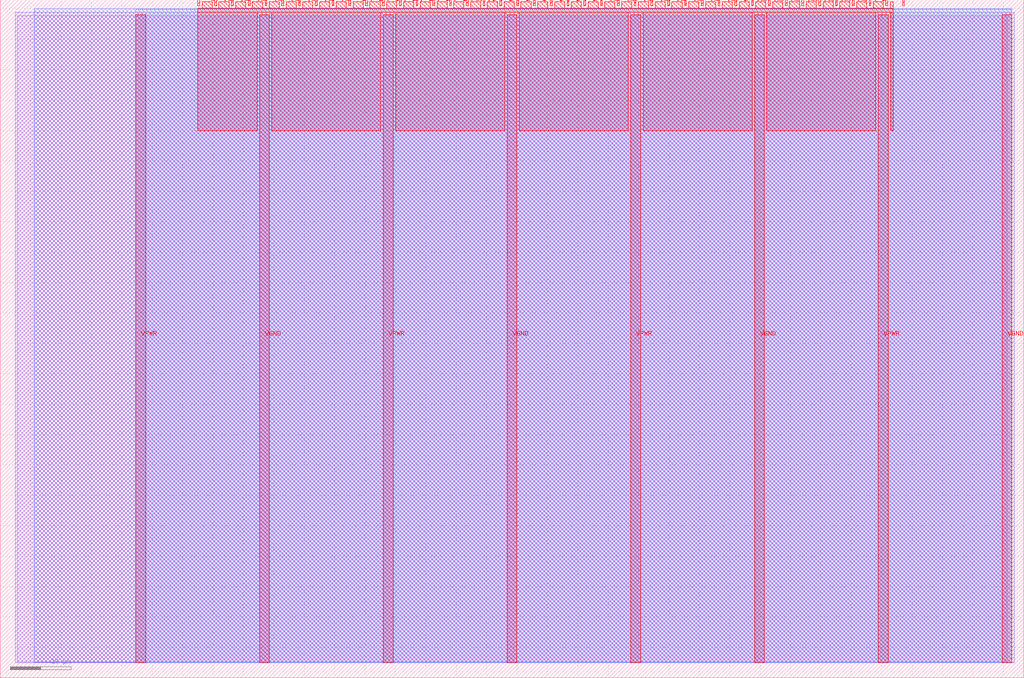
<source format=lef>
VERSION 5.7 ;
  NOWIREEXTENSIONATPIN ON ;
  DIVIDERCHAR "/" ;
  BUSBITCHARS "[]" ;
MACRO tt_um_wokwi_376553022662786049_dup
  CLASS BLOCK ;
  FOREIGN tt_um_wokwi_376553022662786049_dup ;
  ORIGIN 0.000 0.000 ;
  SIZE 168.360 BY 111.520 ;
  PIN VGND
    DIRECTION INOUT ;
    USE GROUND ;
    PORT
      LAYER met4 ;
        RECT 42.670 2.480 44.270 109.040 ;
    END
    PORT
      LAYER met4 ;
        RECT 83.380 2.480 84.980 109.040 ;
    END
    PORT
      LAYER met4 ;
        RECT 124.090 2.480 125.690 109.040 ;
    END
    PORT
      LAYER met4 ;
        RECT 164.800 2.480 166.400 109.040 ;
    END
  END VGND
  PIN VPWR
    DIRECTION INOUT ;
    USE POWER ;
    PORT
      LAYER met4 ;
        RECT 22.315 2.480 23.915 109.040 ;
    END
    PORT
      LAYER met4 ;
        RECT 63.025 2.480 64.625 109.040 ;
    END
    PORT
      LAYER met4 ;
        RECT 103.735 2.480 105.335 109.040 ;
    END
    PORT
      LAYER met4 ;
        RECT 144.445 2.480 146.045 109.040 ;
    END
  END VPWR
  PIN clk
    DIRECTION INPUT ;
    USE SIGNAL ;
    ANTENNAGATEAREA 0.852000 ;
    PORT
      LAYER met4 ;
        RECT 145.670 110.520 145.970 111.520 ;
    END
  END clk
  PIN ena
    DIRECTION INPUT ;
    USE SIGNAL ;
    PORT
      LAYER met4 ;
        RECT 148.430 110.520 148.730 111.520 ;
    END
  END ena
  PIN rst_n
    DIRECTION INPUT ;
    USE SIGNAL ;
    PORT
      LAYER met4 ;
        RECT 142.910 110.520 143.210 111.520 ;
    END
  END rst_n
  PIN ui_in[0]
    DIRECTION INPUT ;
    USE SIGNAL ;
    ANTENNAGATEAREA 0.196500 ;
    PORT
      LAYER met4 ;
        RECT 140.150 110.520 140.450 111.520 ;
    END
  END ui_in[0]
  PIN ui_in[1]
    DIRECTION INPUT ;
    USE SIGNAL ;
    ANTENNAGATEAREA 0.196500 ;
    PORT
      LAYER met4 ;
        RECT 137.390 110.520 137.690 111.520 ;
    END
  END ui_in[1]
  PIN ui_in[2]
    DIRECTION INPUT ;
    USE SIGNAL ;
    ANTENNAGATEAREA 0.196500 ;
    PORT
      LAYER met4 ;
        RECT 134.630 110.520 134.930 111.520 ;
    END
  END ui_in[2]
  PIN ui_in[3]
    DIRECTION INPUT ;
    USE SIGNAL ;
    ANTENNAGATEAREA 0.196500 ;
    PORT
      LAYER met4 ;
        RECT 131.870 110.520 132.170 111.520 ;
    END
  END ui_in[3]
  PIN ui_in[4]
    DIRECTION INPUT ;
    USE SIGNAL ;
    ANTENNAGATEAREA 0.196500 ;
    PORT
      LAYER met4 ;
        RECT 129.110 110.520 129.410 111.520 ;
    END
  END ui_in[4]
  PIN ui_in[5]
    DIRECTION INPUT ;
    USE SIGNAL ;
    ANTENNAGATEAREA 0.196500 ;
    PORT
      LAYER met4 ;
        RECT 126.350 110.520 126.650 111.520 ;
    END
  END ui_in[5]
  PIN ui_in[6]
    DIRECTION INPUT ;
    USE SIGNAL ;
    ANTENNAGATEAREA 0.196500 ;
    PORT
      LAYER met4 ;
        RECT 123.590 110.520 123.890 111.520 ;
    END
  END ui_in[6]
  PIN ui_in[7]
    DIRECTION INPUT ;
    USE SIGNAL ;
    ANTENNAGATEAREA 0.196500 ;
    PORT
      LAYER met4 ;
        RECT 120.830 110.520 121.130 111.520 ;
    END
  END ui_in[7]
  PIN uio_in[0]
    DIRECTION INPUT ;
    USE SIGNAL ;
    PORT
      LAYER met4 ;
        RECT 118.070 110.520 118.370 111.520 ;
    END
  END uio_in[0]
  PIN uio_in[1]
    DIRECTION INPUT ;
    USE SIGNAL ;
    PORT
      LAYER met4 ;
        RECT 115.310 110.520 115.610 111.520 ;
    END
  END uio_in[1]
  PIN uio_in[2]
    DIRECTION INPUT ;
    USE SIGNAL ;
    PORT
      LAYER met4 ;
        RECT 112.550 110.520 112.850 111.520 ;
    END
  END uio_in[2]
  PIN uio_in[3]
    DIRECTION INPUT ;
    USE SIGNAL ;
    PORT
      LAYER met4 ;
        RECT 109.790 110.520 110.090 111.520 ;
    END
  END uio_in[3]
  PIN uio_in[4]
    DIRECTION INPUT ;
    USE SIGNAL ;
    PORT
      LAYER met4 ;
        RECT 107.030 110.520 107.330 111.520 ;
    END
  END uio_in[4]
  PIN uio_in[5]
    DIRECTION INPUT ;
    USE SIGNAL ;
    ANTENNAGATEAREA 0.196500 ;
    PORT
      LAYER met4 ;
        RECT 104.270 110.520 104.570 111.520 ;
    END
  END uio_in[5]
  PIN uio_in[6]
    DIRECTION INPUT ;
    USE SIGNAL ;
    ANTENNAGATEAREA 0.196500 ;
    PORT
      LAYER met4 ;
        RECT 101.510 110.520 101.810 111.520 ;
    END
  END uio_in[6]
  PIN uio_in[7]
    DIRECTION INPUT ;
    USE SIGNAL ;
    PORT
      LAYER met4 ;
        RECT 98.750 110.520 99.050 111.520 ;
    END
  END uio_in[7]
  PIN uio_oe[0]
    DIRECTION OUTPUT TRISTATE ;
    USE SIGNAL ;
    PORT
      LAYER met4 ;
        RECT 51.830 110.520 52.130 111.520 ;
    END
  END uio_oe[0]
  PIN uio_oe[1]
    DIRECTION OUTPUT TRISTATE ;
    USE SIGNAL ;
    PORT
      LAYER met4 ;
        RECT 49.070 110.520 49.370 111.520 ;
    END
  END uio_oe[1]
  PIN uio_oe[2]
    DIRECTION OUTPUT TRISTATE ;
    USE SIGNAL ;
    PORT
      LAYER met4 ;
        RECT 46.310 110.520 46.610 111.520 ;
    END
  END uio_oe[2]
  PIN uio_oe[3]
    DIRECTION OUTPUT TRISTATE ;
    USE SIGNAL ;
    PORT
      LAYER met4 ;
        RECT 43.550 110.520 43.850 111.520 ;
    END
  END uio_oe[3]
  PIN uio_oe[4]
    DIRECTION OUTPUT TRISTATE ;
    USE SIGNAL ;
    PORT
      LAYER met4 ;
        RECT 40.790 110.520 41.090 111.520 ;
    END
  END uio_oe[4]
  PIN uio_oe[5]
    DIRECTION OUTPUT TRISTATE ;
    USE SIGNAL ;
    PORT
      LAYER met4 ;
        RECT 38.030 110.520 38.330 111.520 ;
    END
  END uio_oe[5]
  PIN uio_oe[6]
    DIRECTION OUTPUT TRISTATE ;
    USE SIGNAL ;
    PORT
      LAYER met4 ;
        RECT 35.270 110.520 35.570 111.520 ;
    END
  END uio_oe[6]
  PIN uio_oe[7]
    DIRECTION OUTPUT TRISTATE ;
    USE SIGNAL ;
    PORT
      LAYER met4 ;
        RECT 32.510 110.520 32.810 111.520 ;
    END
  END uio_oe[7]
  PIN uio_out[0]
    DIRECTION OUTPUT TRISTATE ;
    USE SIGNAL ;
    ANTENNADIFFAREA 0.795200 ;
    PORT
      LAYER met4 ;
        RECT 73.910 110.520 74.210 111.520 ;
    END
  END uio_out[0]
  PIN uio_out[1]
    DIRECTION OUTPUT TRISTATE ;
    USE SIGNAL ;
    ANTENNADIFFAREA 0.795200 ;
    PORT
      LAYER met4 ;
        RECT 71.150 110.520 71.450 111.520 ;
    END
  END uio_out[1]
  PIN uio_out[2]
    DIRECTION OUTPUT TRISTATE ;
    USE SIGNAL ;
    ANTENNADIFFAREA 0.795200 ;
    PORT
      LAYER met4 ;
        RECT 68.390 110.520 68.690 111.520 ;
    END
  END uio_out[2]
  PIN uio_out[3]
    DIRECTION OUTPUT TRISTATE ;
    USE SIGNAL ;
    ANTENNADIFFAREA 0.795200 ;
    PORT
      LAYER met4 ;
        RECT 65.630 110.520 65.930 111.520 ;
    END
  END uio_out[3]
  PIN uio_out[4]
    DIRECTION OUTPUT TRISTATE ;
    USE SIGNAL ;
    ANTENNADIFFAREA 0.445500 ;
    PORT
      LAYER met4 ;
        RECT 62.870 110.520 63.170 111.520 ;
    END
  END uio_out[4]
  PIN uio_out[5]
    DIRECTION OUTPUT TRISTATE ;
    USE SIGNAL ;
    PORT
      LAYER met4 ;
        RECT 60.110 110.520 60.410 111.520 ;
    END
  END uio_out[5]
  PIN uio_out[6]
    DIRECTION OUTPUT TRISTATE ;
    USE SIGNAL ;
    PORT
      LAYER met4 ;
        RECT 57.350 110.520 57.650 111.520 ;
    END
  END uio_out[6]
  PIN uio_out[7]
    DIRECTION OUTPUT TRISTATE ;
    USE SIGNAL ;
    ANTENNADIFFAREA 0.795200 ;
    PORT
      LAYER met4 ;
        RECT 54.590 110.520 54.890 111.520 ;
    END
  END uio_out[7]
  PIN uo_out[0]
    DIRECTION OUTPUT TRISTATE ;
    USE SIGNAL ;
    ANTENNADIFFAREA 0.445500 ;
    PORT
      LAYER met4 ;
        RECT 95.990 110.520 96.290 111.520 ;
    END
  END uo_out[0]
  PIN uo_out[1]
    DIRECTION OUTPUT TRISTATE ;
    USE SIGNAL ;
    ANTENNADIFFAREA 0.445500 ;
    PORT
      LAYER met4 ;
        RECT 93.230 110.520 93.530 111.520 ;
    END
  END uo_out[1]
  PIN uo_out[2]
    DIRECTION OUTPUT TRISTATE ;
    USE SIGNAL ;
    ANTENNADIFFAREA 0.445500 ;
    PORT
      LAYER met4 ;
        RECT 90.470 110.520 90.770 111.520 ;
    END
  END uo_out[2]
  PIN uo_out[3]
    DIRECTION OUTPUT TRISTATE ;
    USE SIGNAL ;
    ANTENNADIFFAREA 0.445500 ;
    PORT
      LAYER met4 ;
        RECT 87.710 110.520 88.010 111.520 ;
    END
  END uo_out[3]
  PIN uo_out[4]
    DIRECTION OUTPUT TRISTATE ;
    USE SIGNAL ;
    ANTENNADIFFAREA 0.445500 ;
    PORT
      LAYER met4 ;
        RECT 84.950 110.520 85.250 111.520 ;
    END
  END uo_out[4]
  PIN uo_out[5]
    DIRECTION OUTPUT TRISTATE ;
    USE SIGNAL ;
    ANTENNADIFFAREA 0.795200 ;
    PORT
      LAYER met4 ;
        RECT 82.190 110.520 82.490 111.520 ;
    END
  END uo_out[5]
  PIN uo_out[6]
    DIRECTION OUTPUT TRISTATE ;
    USE SIGNAL ;
    ANTENNADIFFAREA 0.445500 ;
    PORT
      LAYER met4 ;
        RECT 79.430 110.520 79.730 111.520 ;
    END
  END uo_out[6]
  PIN uo_out[7]
    DIRECTION OUTPUT TRISTATE ;
    USE SIGNAL ;
    ANTENNADIFFAREA 0.445500 ;
    PORT
      LAYER met4 ;
        RECT 76.670 110.520 76.970 111.520 ;
    END
  END uo_out[7]
  OBS
      LAYER li1 ;
        RECT 2.760 2.635 165.600 108.885 ;
      LAYER met1 ;
        RECT 2.460 2.480 166.820 109.440 ;
      LAYER met2 ;
        RECT 5.620 2.535 166.370 110.005 ;
      LAYER met3 ;
        RECT 22.325 2.555 166.390 109.985 ;
      LAYER met4 ;
        RECT 33.210 110.120 34.870 111.170 ;
        RECT 35.970 110.120 37.630 111.170 ;
        RECT 38.730 110.120 40.390 111.170 ;
        RECT 41.490 110.120 43.150 111.170 ;
        RECT 44.250 110.120 45.910 111.170 ;
        RECT 47.010 110.120 48.670 111.170 ;
        RECT 49.770 110.120 51.430 111.170 ;
        RECT 52.530 110.120 54.190 111.170 ;
        RECT 55.290 110.120 56.950 111.170 ;
        RECT 58.050 110.120 59.710 111.170 ;
        RECT 60.810 110.120 62.470 111.170 ;
        RECT 63.570 110.120 65.230 111.170 ;
        RECT 66.330 110.120 67.990 111.170 ;
        RECT 69.090 110.120 70.750 111.170 ;
        RECT 71.850 110.120 73.510 111.170 ;
        RECT 74.610 110.120 76.270 111.170 ;
        RECT 77.370 110.120 79.030 111.170 ;
        RECT 80.130 110.120 81.790 111.170 ;
        RECT 82.890 110.120 84.550 111.170 ;
        RECT 85.650 110.120 87.310 111.170 ;
        RECT 88.410 110.120 90.070 111.170 ;
        RECT 91.170 110.120 92.830 111.170 ;
        RECT 93.930 110.120 95.590 111.170 ;
        RECT 96.690 110.120 98.350 111.170 ;
        RECT 99.450 110.120 101.110 111.170 ;
        RECT 102.210 110.120 103.870 111.170 ;
        RECT 104.970 110.120 106.630 111.170 ;
        RECT 107.730 110.120 109.390 111.170 ;
        RECT 110.490 110.120 112.150 111.170 ;
        RECT 113.250 110.120 114.910 111.170 ;
        RECT 116.010 110.120 117.670 111.170 ;
        RECT 118.770 110.120 120.430 111.170 ;
        RECT 121.530 110.120 123.190 111.170 ;
        RECT 124.290 110.120 125.950 111.170 ;
        RECT 127.050 110.120 128.710 111.170 ;
        RECT 129.810 110.120 131.470 111.170 ;
        RECT 132.570 110.120 134.230 111.170 ;
        RECT 135.330 110.120 136.990 111.170 ;
        RECT 138.090 110.120 139.750 111.170 ;
        RECT 140.850 110.120 142.510 111.170 ;
        RECT 143.610 110.120 145.270 111.170 ;
        RECT 146.370 110.120 146.905 111.170 ;
        RECT 32.495 109.440 146.905 110.120 ;
        RECT 32.495 89.935 42.270 109.440 ;
        RECT 44.670 89.935 62.625 109.440 ;
        RECT 65.025 89.935 82.980 109.440 ;
        RECT 85.380 89.935 103.335 109.440 ;
        RECT 105.735 89.935 123.690 109.440 ;
        RECT 126.090 89.935 144.045 109.440 ;
        RECT 146.445 89.935 146.905 109.440 ;
  END
END tt_um_wokwi_376553022662786049_dup
END LIBRARY


</source>
